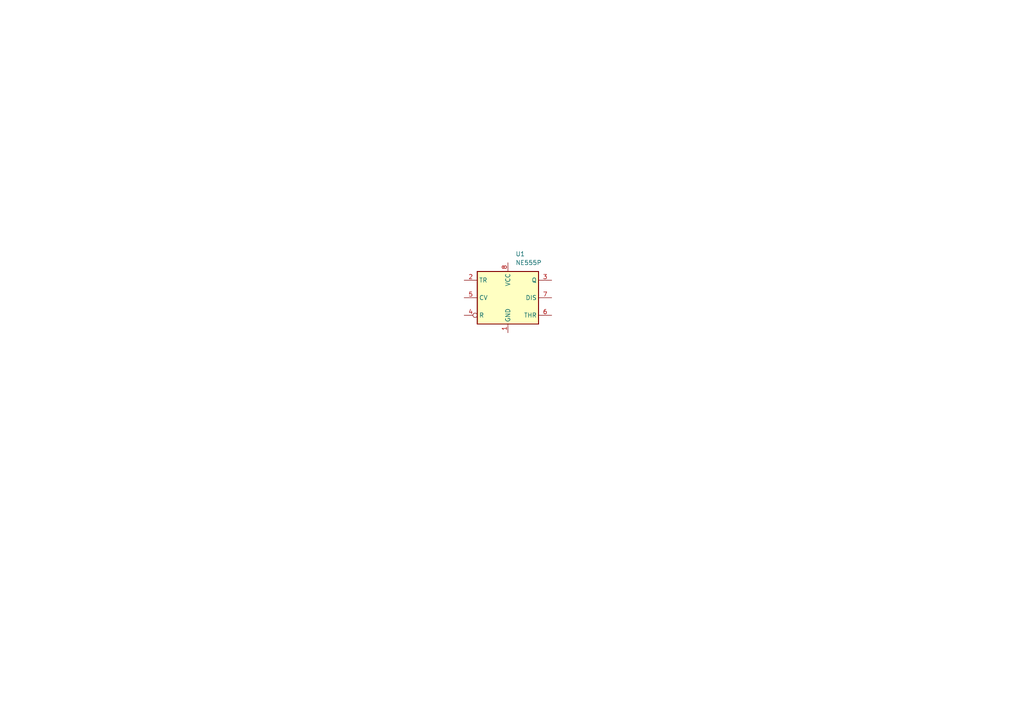
<source format=kicad_sch>
(kicad_sch (version 20231120) (generator "eeschema") (generator_version "8.0")
  (paper "A4")
  (lib_symbols
    (symbol "Timer:NE555P"
      (property "Reference" "U" (at -10.16 8.89 0))
      (property "Value" "NE555P" (at 2.54 8.89 0))
      (symbol "NE555P_0_0"
        (pin power_in line (at 0 -10.16 90) (length 2.54) (name "GND") (number "1"))
        (pin power_in line (at 0 10.16 270) (length 2.54) (name "VCC") (number "8"))
      )
      (symbol "NE555P_0_1"
        (rectangle (start -8.89 -7.62) (end 8.89 7.62) (stroke (width 0.254)) (fill (type background)))
        (rectangle (start -8.89 -7.62) (end 8.89 7.62) (stroke (width 0.254)) (fill (type background)))
      )
      (symbol "NE555P_1_1"
        (pin input line (at -12.7 5.08 0) (length 3.81) (name "TR") (number "2"))
        (pin output line (at 12.7 5.08 180) (length 3.81) (name "Q") (number "3"))
        (pin input inverted (at -12.7 -5.08 0) (length 3.81) (name "R") (number "4"))
        (pin input line (at -12.7 0 0) (length 3.81) (name "CV") (number "5"))
        (pin input line (at 12.7 -5.08 180) (length 3.81) (name "THR") (number "6"))
        (pin input line (at 12.7 0 180) (length 3.81) (name "DIS") (number "7"))
      )
    )
  )
  (symbol (lib_id "Timer:NE555P") (at 147.32 86.36 0) (unit 1)
    (property "Reference" "U1" (at 149.5141 73.66 0) (effects (justify left)))
    (property "Value" "NE555P" (at 149.5141 76.2 0) (effects (justify left)))
    (property "Footprint" "Package_DIP:DIP-8_W7.62mm" (effects (hide yes)))
    (property "Datasheet" "http://www.ti.com/lit/ds/symlink/ne555.pdf" (effects (hide yes)))
    (property "Description" "Precision Timers, 555 compatible,  PDIP-8" (effects (hide yes)))
  )
)
</source>
